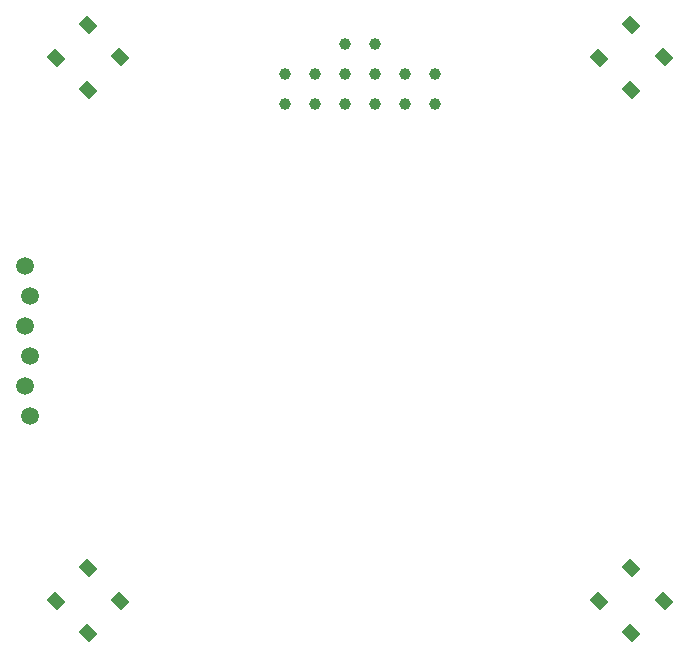
<source format=gbs>
G04*
G04 #@! TF.GenerationSoftware,Altium Limited,Altium Designer,23.2.1 (34)*
G04*
G04 Layer_Color=16711935*
%FSLAX44Y44*%
%MOMM*%
G71*
G04*
G04 #@! TF.SameCoordinates,4D038F4D-AB9E-478B-8716-A6F2BEF9763F*
G04*
G04*
G04 #@! TF.FilePolarity,Negative*
G04*
G01*
G75*
%ADD10C,1.0000*%
%ADD63C,1.5000*%
G04:AMPARAMS|DCode=99|XSize=1.2mm|YSize=1mm|CornerRadius=0mm|HoleSize=0mm|Usage=FLASHONLY|Rotation=315.000|XOffset=0mm|YOffset=0mm|HoleType=Round|Shape=Rectangle|*
%AMROTATEDRECTD99*
4,1,4,-0.7778,0.0707,-0.0707,0.7778,0.7778,-0.0707,0.0707,-0.7778,-0.7778,0.0707,0.0*
%
%ADD99ROTATEDRECTD99*%

D10*
X12700Y241300D02*
D03*
X-12700D02*
D03*
X63500Y215900D02*
D03*
X38100D02*
D03*
X12700Y190500D02*
D03*
X-12700D02*
D03*
X-38100Y215900D02*
D03*
X-63500D02*
D03*
X63500Y190500D02*
D03*
X38100D02*
D03*
X12700Y215900D02*
D03*
X-12700D02*
D03*
X-38100Y190500D02*
D03*
X-63500D02*
D03*
D63*
X-283000Y53200D02*
D03*
X-279000Y27800D02*
D03*
X-283000Y2400D02*
D03*
X-279000Y-23000D02*
D03*
X-283000Y-48400D02*
D03*
X-279000Y-73800D02*
D03*
D99*
X230177Y257400D02*
D03*
X257400Y230177D02*
D03*
X202600Y229823D02*
D03*
X229823Y202600D02*
D03*
X-229823Y-202600D02*
D03*
X-202600Y-229823D02*
D03*
X-257400Y-230177D02*
D03*
X-230177Y-257400D02*
D03*
X230177Y-202600D02*
D03*
X257400Y-229823D02*
D03*
X202600Y-230177D02*
D03*
X229823Y-257400D02*
D03*
X-229823Y257400D02*
D03*
X-202600Y230177D02*
D03*
X-257400Y229823D02*
D03*
X-230177Y202600D02*
D03*
M02*

</source>
